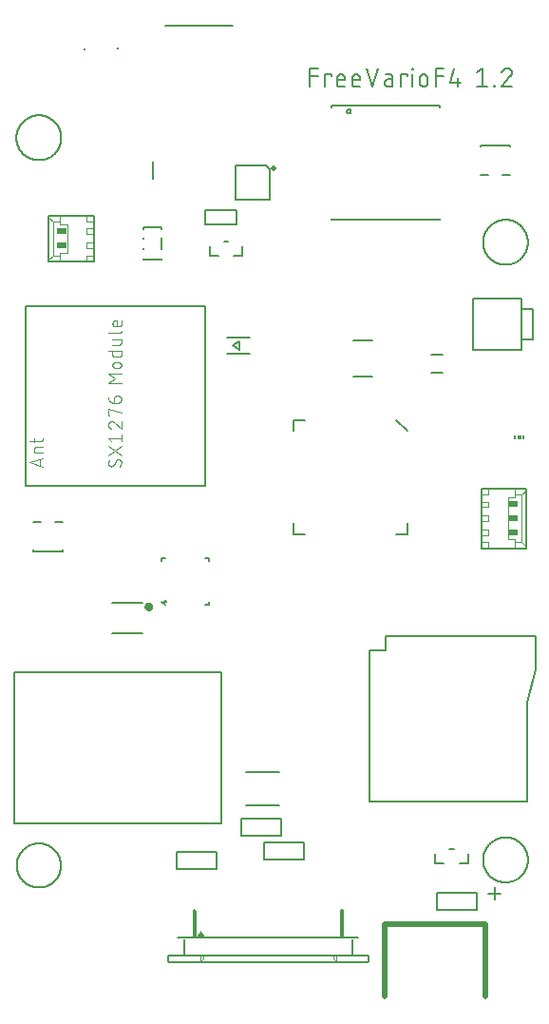
<source format=gbr>
G04 EAGLE Gerber RS-274X export*
G75*
%MOMM*%
%FSLAX34Y34*%
%LPD*%
%INSilkscreen Top*%
%IPPOS*%
%AMOC8*
5,1,8,0,0,1.08239X$1,22.5*%
G01*
%ADD10C,0.152400*%
%ADD11C,0.500000*%
%ADD12C,0.127000*%
%ADD13C,0.203200*%
%ADD14C,0.050800*%
%ADD15R,0.875000X0.500000*%
%ADD16R,0.250000X0.250000*%
%ADD17R,0.150000X0.300000*%
%ADD18R,0.300000X0.300000*%
%ADD19C,0.350000*%
%ADD20C,0.508000*%
%ADD21C,0.101600*%
%ADD22C,0.200000*%

G36*
X168905Y53494D02*
X168905Y53494D01*
X168910Y53493D01*
X169003Y53514D01*
X169097Y53532D01*
X169101Y53535D01*
X169106Y53536D01*
X169184Y53592D01*
X169262Y53645D01*
X169265Y53649D01*
X169269Y53652D01*
X169320Y53734D01*
X169372Y53813D01*
X169372Y53818D01*
X169375Y53823D01*
X169407Y54000D01*
X169407Y54500D01*
X169394Y54565D01*
X169390Y54632D01*
X169374Y54666D01*
X169368Y54697D01*
X169359Y54709D01*
X169358Y54713D01*
X169337Y54743D01*
X169313Y54795D01*
X166813Y58295D01*
X166748Y58355D01*
X166686Y58419D01*
X166675Y58423D01*
X166666Y58432D01*
X166584Y58462D01*
X166502Y58497D01*
X166490Y58497D01*
X166478Y58501D01*
X166390Y58497D01*
X166301Y58498D01*
X166290Y58493D01*
X166278Y58492D01*
X166198Y58455D01*
X166116Y58421D01*
X166107Y58412D01*
X166097Y58407D01*
X166060Y58366D01*
X165987Y58295D01*
X163487Y54795D01*
X163461Y54736D01*
X163434Y54694D01*
X163433Y54691D01*
X163425Y54677D01*
X163418Y54641D01*
X163405Y54612D01*
X163404Y54563D01*
X163393Y54500D01*
X163393Y54000D01*
X163394Y53995D01*
X163393Y53990D01*
X163414Y53897D01*
X163432Y53804D01*
X163435Y53799D01*
X163436Y53794D01*
X163492Y53716D01*
X163545Y53638D01*
X163549Y53635D01*
X163552Y53631D01*
X163634Y53580D01*
X163713Y53528D01*
X163718Y53528D01*
X163723Y53525D01*
X163900Y53493D01*
X168900Y53493D01*
X168905Y53494D01*
G37*
D10*
X418000Y672000D02*
X418006Y672491D01*
X418024Y672981D01*
X418054Y673471D01*
X418096Y673960D01*
X418150Y674448D01*
X418216Y674935D01*
X418294Y675419D01*
X418384Y675902D01*
X418486Y676382D01*
X418599Y676860D01*
X418724Y677334D01*
X418861Y677806D01*
X419009Y678274D01*
X419169Y678738D01*
X419340Y679198D01*
X419522Y679654D01*
X419716Y680105D01*
X419920Y680551D01*
X420136Y680992D01*
X420362Y681428D01*
X420598Y681858D01*
X420845Y682282D01*
X421103Y682700D01*
X421371Y683111D01*
X421648Y683516D01*
X421936Y683914D01*
X422233Y684305D01*
X422540Y684688D01*
X422856Y685063D01*
X423181Y685431D01*
X423515Y685791D01*
X423858Y686142D01*
X424209Y686485D01*
X424569Y686819D01*
X424937Y687144D01*
X425312Y687460D01*
X425695Y687767D01*
X426086Y688064D01*
X426484Y688352D01*
X426889Y688629D01*
X427300Y688897D01*
X427718Y689155D01*
X428142Y689402D01*
X428572Y689638D01*
X429008Y689864D01*
X429449Y690080D01*
X429895Y690284D01*
X430346Y690478D01*
X430802Y690660D01*
X431262Y690831D01*
X431726Y690991D01*
X432194Y691139D01*
X432666Y691276D01*
X433140Y691401D01*
X433618Y691514D01*
X434098Y691616D01*
X434581Y691706D01*
X435065Y691784D01*
X435552Y691850D01*
X436040Y691904D01*
X436529Y691946D01*
X437019Y691976D01*
X437509Y691994D01*
X438000Y692000D01*
X438491Y691994D01*
X438981Y691976D01*
X439471Y691946D01*
X439960Y691904D01*
X440448Y691850D01*
X440935Y691784D01*
X441419Y691706D01*
X441902Y691616D01*
X442382Y691514D01*
X442860Y691401D01*
X443334Y691276D01*
X443806Y691139D01*
X444274Y690991D01*
X444738Y690831D01*
X445198Y690660D01*
X445654Y690478D01*
X446105Y690284D01*
X446551Y690080D01*
X446992Y689864D01*
X447428Y689638D01*
X447858Y689402D01*
X448282Y689155D01*
X448700Y688897D01*
X449111Y688629D01*
X449516Y688352D01*
X449914Y688064D01*
X450305Y687767D01*
X450688Y687460D01*
X451063Y687144D01*
X451431Y686819D01*
X451791Y686485D01*
X452142Y686142D01*
X452485Y685791D01*
X452819Y685431D01*
X453144Y685063D01*
X453460Y684688D01*
X453767Y684305D01*
X454064Y683914D01*
X454352Y683516D01*
X454629Y683111D01*
X454897Y682700D01*
X455155Y682282D01*
X455402Y681858D01*
X455638Y681428D01*
X455864Y680992D01*
X456080Y680551D01*
X456284Y680105D01*
X456478Y679654D01*
X456660Y679198D01*
X456831Y678738D01*
X456991Y678274D01*
X457139Y677806D01*
X457276Y677334D01*
X457401Y676860D01*
X457514Y676382D01*
X457616Y675902D01*
X457706Y675419D01*
X457784Y674935D01*
X457850Y674448D01*
X457904Y673960D01*
X457946Y673471D01*
X457976Y672981D01*
X457994Y672491D01*
X458000Y672000D01*
X457994Y671509D01*
X457976Y671019D01*
X457946Y670529D01*
X457904Y670040D01*
X457850Y669552D01*
X457784Y669065D01*
X457706Y668581D01*
X457616Y668098D01*
X457514Y667618D01*
X457401Y667140D01*
X457276Y666666D01*
X457139Y666194D01*
X456991Y665726D01*
X456831Y665262D01*
X456660Y664802D01*
X456478Y664346D01*
X456284Y663895D01*
X456080Y663449D01*
X455864Y663008D01*
X455638Y662572D01*
X455402Y662142D01*
X455155Y661718D01*
X454897Y661300D01*
X454629Y660889D01*
X454352Y660484D01*
X454064Y660086D01*
X453767Y659695D01*
X453460Y659312D01*
X453144Y658937D01*
X452819Y658569D01*
X452485Y658209D01*
X452142Y657858D01*
X451791Y657515D01*
X451431Y657181D01*
X451063Y656856D01*
X450688Y656540D01*
X450305Y656233D01*
X449914Y655936D01*
X449516Y655648D01*
X449111Y655371D01*
X448700Y655103D01*
X448282Y654845D01*
X447858Y654598D01*
X447428Y654362D01*
X446992Y654136D01*
X446551Y653920D01*
X446105Y653716D01*
X445654Y653522D01*
X445198Y653340D01*
X444738Y653169D01*
X444274Y653009D01*
X443806Y652861D01*
X443334Y652724D01*
X442860Y652599D01*
X442382Y652486D01*
X441902Y652384D01*
X441419Y652294D01*
X440935Y652216D01*
X440448Y652150D01*
X439960Y652096D01*
X439471Y652054D01*
X438981Y652024D01*
X438491Y652006D01*
X438000Y652000D01*
X437509Y652006D01*
X437019Y652024D01*
X436529Y652054D01*
X436040Y652096D01*
X435552Y652150D01*
X435065Y652216D01*
X434581Y652294D01*
X434098Y652384D01*
X433618Y652486D01*
X433140Y652599D01*
X432666Y652724D01*
X432194Y652861D01*
X431726Y653009D01*
X431262Y653169D01*
X430802Y653340D01*
X430346Y653522D01*
X429895Y653716D01*
X429449Y653920D01*
X429008Y654136D01*
X428572Y654362D01*
X428142Y654598D01*
X427718Y654845D01*
X427300Y655103D01*
X426889Y655371D01*
X426484Y655648D01*
X426086Y655936D01*
X425695Y656233D01*
X425312Y656540D01*
X424937Y656856D01*
X424569Y657181D01*
X424209Y657515D01*
X423858Y657858D01*
X423515Y658209D01*
X423181Y658569D01*
X422856Y658937D01*
X422540Y659312D01*
X422233Y659695D01*
X421936Y660086D01*
X421648Y660484D01*
X421371Y660889D01*
X421103Y661300D01*
X420845Y661718D01*
X420598Y662142D01*
X420362Y662572D01*
X420136Y663008D01*
X419920Y663449D01*
X419716Y663895D01*
X419522Y664346D01*
X419340Y664802D01*
X419169Y665262D01*
X419009Y665726D01*
X418861Y666194D01*
X418724Y666666D01*
X418599Y667140D01*
X418486Y667618D01*
X418384Y668098D01*
X418294Y668581D01*
X418216Y669065D01*
X418150Y669552D01*
X418096Y670040D01*
X418054Y670529D01*
X418024Y671019D01*
X418006Y671509D01*
X418000Y672000D01*
X418000Y122000D02*
X418006Y122491D01*
X418024Y122981D01*
X418054Y123471D01*
X418096Y123960D01*
X418150Y124448D01*
X418216Y124935D01*
X418294Y125419D01*
X418384Y125902D01*
X418486Y126382D01*
X418599Y126860D01*
X418724Y127334D01*
X418861Y127806D01*
X419009Y128274D01*
X419169Y128738D01*
X419340Y129198D01*
X419522Y129654D01*
X419716Y130105D01*
X419920Y130551D01*
X420136Y130992D01*
X420362Y131428D01*
X420598Y131858D01*
X420845Y132282D01*
X421103Y132700D01*
X421371Y133111D01*
X421648Y133516D01*
X421936Y133914D01*
X422233Y134305D01*
X422540Y134688D01*
X422856Y135063D01*
X423181Y135431D01*
X423515Y135791D01*
X423858Y136142D01*
X424209Y136485D01*
X424569Y136819D01*
X424937Y137144D01*
X425312Y137460D01*
X425695Y137767D01*
X426086Y138064D01*
X426484Y138352D01*
X426889Y138629D01*
X427300Y138897D01*
X427718Y139155D01*
X428142Y139402D01*
X428572Y139638D01*
X429008Y139864D01*
X429449Y140080D01*
X429895Y140284D01*
X430346Y140478D01*
X430802Y140660D01*
X431262Y140831D01*
X431726Y140991D01*
X432194Y141139D01*
X432666Y141276D01*
X433140Y141401D01*
X433618Y141514D01*
X434098Y141616D01*
X434581Y141706D01*
X435065Y141784D01*
X435552Y141850D01*
X436040Y141904D01*
X436529Y141946D01*
X437019Y141976D01*
X437509Y141994D01*
X438000Y142000D01*
X438491Y141994D01*
X438981Y141976D01*
X439471Y141946D01*
X439960Y141904D01*
X440448Y141850D01*
X440935Y141784D01*
X441419Y141706D01*
X441902Y141616D01*
X442382Y141514D01*
X442860Y141401D01*
X443334Y141276D01*
X443806Y141139D01*
X444274Y140991D01*
X444738Y140831D01*
X445198Y140660D01*
X445654Y140478D01*
X446105Y140284D01*
X446551Y140080D01*
X446992Y139864D01*
X447428Y139638D01*
X447858Y139402D01*
X448282Y139155D01*
X448700Y138897D01*
X449111Y138629D01*
X449516Y138352D01*
X449914Y138064D01*
X450305Y137767D01*
X450688Y137460D01*
X451063Y137144D01*
X451431Y136819D01*
X451791Y136485D01*
X452142Y136142D01*
X452485Y135791D01*
X452819Y135431D01*
X453144Y135063D01*
X453460Y134688D01*
X453767Y134305D01*
X454064Y133914D01*
X454352Y133516D01*
X454629Y133111D01*
X454897Y132700D01*
X455155Y132282D01*
X455402Y131858D01*
X455638Y131428D01*
X455864Y130992D01*
X456080Y130551D01*
X456284Y130105D01*
X456478Y129654D01*
X456660Y129198D01*
X456831Y128738D01*
X456991Y128274D01*
X457139Y127806D01*
X457276Y127334D01*
X457401Y126860D01*
X457514Y126382D01*
X457616Y125902D01*
X457706Y125419D01*
X457784Y124935D01*
X457850Y124448D01*
X457904Y123960D01*
X457946Y123471D01*
X457976Y122981D01*
X457994Y122491D01*
X458000Y122000D01*
X457994Y121509D01*
X457976Y121019D01*
X457946Y120529D01*
X457904Y120040D01*
X457850Y119552D01*
X457784Y119065D01*
X457706Y118581D01*
X457616Y118098D01*
X457514Y117618D01*
X457401Y117140D01*
X457276Y116666D01*
X457139Y116194D01*
X456991Y115726D01*
X456831Y115262D01*
X456660Y114802D01*
X456478Y114346D01*
X456284Y113895D01*
X456080Y113449D01*
X455864Y113008D01*
X455638Y112572D01*
X455402Y112142D01*
X455155Y111718D01*
X454897Y111300D01*
X454629Y110889D01*
X454352Y110484D01*
X454064Y110086D01*
X453767Y109695D01*
X453460Y109312D01*
X453144Y108937D01*
X452819Y108569D01*
X452485Y108209D01*
X452142Y107858D01*
X451791Y107515D01*
X451431Y107181D01*
X451063Y106856D01*
X450688Y106540D01*
X450305Y106233D01*
X449914Y105936D01*
X449516Y105648D01*
X449111Y105371D01*
X448700Y105103D01*
X448282Y104845D01*
X447858Y104598D01*
X447428Y104362D01*
X446992Y104136D01*
X446551Y103920D01*
X446105Y103716D01*
X445654Y103522D01*
X445198Y103340D01*
X444738Y103169D01*
X444274Y103009D01*
X443806Y102861D01*
X443334Y102724D01*
X442860Y102599D01*
X442382Y102486D01*
X441902Y102384D01*
X441419Y102294D01*
X440935Y102216D01*
X440448Y102150D01*
X439960Y102096D01*
X439471Y102054D01*
X438981Y102024D01*
X438491Y102006D01*
X438000Y102000D01*
X437509Y102006D01*
X437019Y102024D01*
X436529Y102054D01*
X436040Y102096D01*
X435552Y102150D01*
X435065Y102216D01*
X434581Y102294D01*
X434098Y102384D01*
X433618Y102486D01*
X433140Y102599D01*
X432666Y102724D01*
X432194Y102861D01*
X431726Y103009D01*
X431262Y103169D01*
X430802Y103340D01*
X430346Y103522D01*
X429895Y103716D01*
X429449Y103920D01*
X429008Y104136D01*
X428572Y104362D01*
X428142Y104598D01*
X427718Y104845D01*
X427300Y105103D01*
X426889Y105371D01*
X426484Y105648D01*
X426086Y105936D01*
X425695Y106233D01*
X425312Y106540D01*
X424937Y106856D01*
X424569Y107181D01*
X424209Y107515D01*
X423858Y107858D01*
X423515Y108209D01*
X423181Y108569D01*
X422856Y108937D01*
X422540Y109312D01*
X422233Y109695D01*
X421936Y110086D01*
X421648Y110484D01*
X421371Y110889D01*
X421103Y111300D01*
X420845Y111718D01*
X420598Y112142D01*
X420362Y112572D01*
X420136Y113008D01*
X419920Y113449D01*
X419716Y113895D01*
X419522Y114346D01*
X419340Y114802D01*
X419169Y115262D01*
X419009Y115726D01*
X418861Y116194D01*
X418724Y116666D01*
X418599Y117140D01*
X418486Y117618D01*
X418384Y118098D01*
X418294Y118581D01*
X418216Y119065D01*
X418150Y119552D01*
X418096Y120040D01*
X418054Y120529D01*
X418024Y121019D01*
X418006Y121509D01*
X418000Y122000D01*
D11*
X330000Y65000D02*
X330000Y0D01*
X330000Y65000D02*
X420000Y65000D01*
X420000Y0D01*
D10*
X422762Y92084D02*
X433599Y92084D01*
X428181Y86665D02*
X428181Y97502D01*
X263762Y810762D02*
X263762Y827018D01*
X270987Y827018D01*
X270987Y819793D02*
X263762Y819793D01*
X277225Y821599D02*
X277225Y810762D01*
X277225Y821599D02*
X282644Y821599D01*
X282644Y819793D01*
X290270Y810762D02*
X294786Y810762D01*
X290270Y810762D02*
X290169Y810764D01*
X290068Y810770D01*
X289967Y810779D01*
X289866Y810792D01*
X289766Y810809D01*
X289667Y810830D01*
X289569Y810854D01*
X289472Y810882D01*
X289375Y810914D01*
X289280Y810949D01*
X289187Y810988D01*
X289095Y811030D01*
X289004Y811076D01*
X288916Y811125D01*
X288829Y811177D01*
X288744Y811233D01*
X288661Y811291D01*
X288581Y811353D01*
X288503Y811418D01*
X288427Y811485D01*
X288354Y811555D01*
X288284Y811628D01*
X288217Y811704D01*
X288152Y811782D01*
X288090Y811862D01*
X288032Y811945D01*
X287976Y812030D01*
X287924Y812117D01*
X287875Y812205D01*
X287829Y812296D01*
X287787Y812388D01*
X287748Y812481D01*
X287713Y812576D01*
X287681Y812673D01*
X287653Y812770D01*
X287629Y812868D01*
X287608Y812967D01*
X287591Y813067D01*
X287578Y813168D01*
X287569Y813269D01*
X287563Y813370D01*
X287561Y813471D01*
X287561Y817987D01*
X287562Y817987D02*
X287564Y818106D01*
X287570Y818226D01*
X287580Y818345D01*
X287594Y818463D01*
X287611Y818582D01*
X287633Y818699D01*
X287658Y818816D01*
X287688Y818931D01*
X287721Y819046D01*
X287758Y819160D01*
X287798Y819272D01*
X287843Y819383D01*
X287891Y819492D01*
X287942Y819600D01*
X287997Y819706D01*
X288056Y819810D01*
X288118Y819912D01*
X288183Y820012D01*
X288252Y820110D01*
X288324Y820206D01*
X288399Y820299D01*
X288476Y820389D01*
X288557Y820477D01*
X288641Y820562D01*
X288728Y820644D01*
X288817Y820724D01*
X288909Y820800D01*
X289003Y820874D01*
X289100Y820944D01*
X289198Y821011D01*
X289299Y821075D01*
X289403Y821135D01*
X289508Y821192D01*
X289615Y821245D01*
X289723Y821295D01*
X289833Y821341D01*
X289945Y821383D01*
X290058Y821422D01*
X290172Y821457D01*
X290287Y821488D01*
X290404Y821516D01*
X290521Y821539D01*
X290638Y821559D01*
X290757Y821575D01*
X290876Y821587D01*
X290995Y821595D01*
X291114Y821599D01*
X291234Y821599D01*
X291353Y821595D01*
X291472Y821587D01*
X291591Y821575D01*
X291710Y821559D01*
X291827Y821539D01*
X291944Y821516D01*
X292061Y821488D01*
X292176Y821457D01*
X292290Y821422D01*
X292403Y821383D01*
X292515Y821341D01*
X292625Y821295D01*
X292733Y821245D01*
X292840Y821192D01*
X292945Y821135D01*
X293049Y821075D01*
X293150Y821011D01*
X293248Y820944D01*
X293345Y820874D01*
X293439Y820800D01*
X293531Y820724D01*
X293620Y820644D01*
X293707Y820562D01*
X293791Y820477D01*
X293872Y820389D01*
X293949Y820299D01*
X294024Y820206D01*
X294096Y820110D01*
X294165Y820012D01*
X294230Y819912D01*
X294292Y819810D01*
X294351Y819706D01*
X294406Y819600D01*
X294457Y819492D01*
X294505Y819383D01*
X294550Y819272D01*
X294590Y819160D01*
X294627Y819046D01*
X294660Y818931D01*
X294690Y818816D01*
X294715Y818699D01*
X294737Y818582D01*
X294754Y818463D01*
X294768Y818345D01*
X294778Y818226D01*
X294784Y818106D01*
X294786Y817987D01*
X294786Y816181D01*
X287561Y816181D01*
X303817Y810762D02*
X308333Y810762D01*
X303817Y810762D02*
X303716Y810764D01*
X303615Y810770D01*
X303514Y810779D01*
X303413Y810792D01*
X303313Y810809D01*
X303214Y810830D01*
X303116Y810854D01*
X303019Y810882D01*
X302922Y810914D01*
X302827Y810949D01*
X302734Y810988D01*
X302642Y811030D01*
X302551Y811076D01*
X302463Y811125D01*
X302376Y811177D01*
X302291Y811233D01*
X302208Y811291D01*
X302128Y811353D01*
X302050Y811418D01*
X301974Y811485D01*
X301901Y811555D01*
X301831Y811628D01*
X301764Y811704D01*
X301699Y811782D01*
X301637Y811862D01*
X301579Y811945D01*
X301523Y812030D01*
X301471Y812117D01*
X301422Y812205D01*
X301376Y812296D01*
X301334Y812388D01*
X301295Y812481D01*
X301260Y812576D01*
X301228Y812673D01*
X301200Y812770D01*
X301176Y812868D01*
X301155Y812967D01*
X301138Y813067D01*
X301125Y813168D01*
X301116Y813269D01*
X301110Y813370D01*
X301108Y813471D01*
X301108Y817987D01*
X301109Y817987D02*
X301111Y818106D01*
X301117Y818226D01*
X301127Y818345D01*
X301141Y818463D01*
X301158Y818582D01*
X301180Y818699D01*
X301205Y818816D01*
X301235Y818931D01*
X301268Y819046D01*
X301305Y819160D01*
X301345Y819272D01*
X301390Y819383D01*
X301438Y819492D01*
X301489Y819600D01*
X301544Y819706D01*
X301603Y819810D01*
X301665Y819912D01*
X301730Y820012D01*
X301799Y820110D01*
X301871Y820206D01*
X301946Y820299D01*
X302023Y820389D01*
X302104Y820477D01*
X302188Y820562D01*
X302275Y820644D01*
X302364Y820724D01*
X302456Y820800D01*
X302550Y820874D01*
X302647Y820944D01*
X302745Y821011D01*
X302846Y821075D01*
X302950Y821135D01*
X303055Y821192D01*
X303162Y821245D01*
X303270Y821295D01*
X303380Y821341D01*
X303492Y821383D01*
X303605Y821422D01*
X303719Y821457D01*
X303834Y821488D01*
X303951Y821516D01*
X304068Y821539D01*
X304185Y821559D01*
X304304Y821575D01*
X304423Y821587D01*
X304542Y821595D01*
X304661Y821599D01*
X304781Y821599D01*
X304900Y821595D01*
X305019Y821587D01*
X305138Y821575D01*
X305257Y821559D01*
X305374Y821539D01*
X305491Y821516D01*
X305608Y821488D01*
X305723Y821457D01*
X305837Y821422D01*
X305950Y821383D01*
X306062Y821341D01*
X306172Y821295D01*
X306280Y821245D01*
X306387Y821192D01*
X306492Y821135D01*
X306596Y821075D01*
X306697Y821011D01*
X306795Y820944D01*
X306892Y820874D01*
X306986Y820800D01*
X307078Y820724D01*
X307167Y820644D01*
X307254Y820562D01*
X307338Y820477D01*
X307419Y820389D01*
X307496Y820299D01*
X307571Y820206D01*
X307643Y820110D01*
X307712Y820012D01*
X307777Y819912D01*
X307839Y819810D01*
X307898Y819706D01*
X307953Y819600D01*
X308004Y819492D01*
X308052Y819383D01*
X308097Y819272D01*
X308137Y819160D01*
X308174Y819046D01*
X308207Y818931D01*
X308237Y818816D01*
X308262Y818699D01*
X308284Y818582D01*
X308301Y818463D01*
X308315Y818345D01*
X308325Y818226D01*
X308331Y818106D01*
X308333Y817987D01*
X308333Y816181D01*
X301108Y816181D01*
X313891Y827018D02*
X319310Y810762D01*
X324728Y827018D01*
X333374Y817084D02*
X337438Y817084D01*
X333374Y817084D02*
X333262Y817082D01*
X333151Y817076D01*
X333040Y817066D01*
X332929Y817053D01*
X332819Y817035D01*
X332710Y817013D01*
X332601Y816988D01*
X332493Y816959D01*
X332387Y816926D01*
X332281Y816889D01*
X332177Y816849D01*
X332075Y816805D01*
X331974Y816757D01*
X331875Y816706D01*
X331777Y816651D01*
X331682Y816593D01*
X331589Y816532D01*
X331498Y816467D01*
X331409Y816399D01*
X331323Y816328D01*
X331240Y816255D01*
X331159Y816178D01*
X331080Y816098D01*
X331005Y816016D01*
X330933Y815931D01*
X330863Y815844D01*
X330797Y815754D01*
X330734Y815662D01*
X330674Y815567D01*
X330618Y815471D01*
X330565Y815373D01*
X330516Y815273D01*
X330470Y815171D01*
X330428Y815068D01*
X330389Y814963D01*
X330354Y814857D01*
X330323Y814750D01*
X330296Y814642D01*
X330272Y814533D01*
X330253Y814423D01*
X330237Y814313D01*
X330225Y814202D01*
X330217Y814090D01*
X330213Y813979D01*
X330213Y813867D01*
X330217Y813756D01*
X330225Y813644D01*
X330237Y813533D01*
X330253Y813423D01*
X330272Y813313D01*
X330296Y813204D01*
X330323Y813096D01*
X330354Y812989D01*
X330389Y812883D01*
X330428Y812778D01*
X330470Y812675D01*
X330516Y812573D01*
X330565Y812473D01*
X330618Y812375D01*
X330674Y812279D01*
X330734Y812184D01*
X330797Y812092D01*
X330863Y812002D01*
X330933Y811915D01*
X331005Y811830D01*
X331080Y811748D01*
X331159Y811668D01*
X331240Y811591D01*
X331323Y811518D01*
X331409Y811447D01*
X331498Y811379D01*
X331589Y811314D01*
X331682Y811253D01*
X331777Y811195D01*
X331875Y811140D01*
X331974Y811089D01*
X332075Y811041D01*
X332177Y810997D01*
X332281Y810957D01*
X332387Y810920D01*
X332493Y810887D01*
X332601Y810858D01*
X332710Y810833D01*
X332819Y810811D01*
X332929Y810793D01*
X333040Y810780D01*
X333151Y810770D01*
X333262Y810764D01*
X333374Y810762D01*
X337438Y810762D01*
X337438Y818890D01*
X337436Y818991D01*
X337430Y819092D01*
X337421Y819193D01*
X337408Y819294D01*
X337391Y819394D01*
X337370Y819493D01*
X337346Y819591D01*
X337318Y819688D01*
X337286Y819785D01*
X337251Y819880D01*
X337212Y819973D01*
X337170Y820065D01*
X337124Y820156D01*
X337075Y820245D01*
X337023Y820331D01*
X336967Y820416D01*
X336909Y820499D01*
X336847Y820579D01*
X336782Y820657D01*
X336715Y820733D01*
X336645Y820806D01*
X336572Y820876D01*
X336496Y820943D01*
X336418Y821008D01*
X336338Y821070D01*
X336255Y821128D01*
X336170Y821184D01*
X336084Y821236D01*
X335995Y821285D01*
X335904Y821331D01*
X335812Y821373D01*
X335719Y821412D01*
X335624Y821447D01*
X335527Y821479D01*
X335430Y821507D01*
X335332Y821531D01*
X335233Y821552D01*
X335133Y821569D01*
X335032Y821582D01*
X334931Y821591D01*
X334830Y821597D01*
X334729Y821599D01*
X331116Y821599D01*
X344960Y821599D02*
X344960Y810762D01*
X344960Y821599D02*
X350379Y821599D01*
X350379Y819793D01*
X355262Y821599D02*
X355262Y810762D01*
X354810Y826115D02*
X354810Y827018D01*
X355713Y827018D01*
X355713Y826115D01*
X354810Y826115D01*
X361549Y817987D02*
X361549Y814374D01*
X361549Y817987D02*
X361551Y818106D01*
X361557Y818226D01*
X361567Y818345D01*
X361581Y818463D01*
X361598Y818582D01*
X361620Y818699D01*
X361645Y818816D01*
X361675Y818931D01*
X361708Y819046D01*
X361745Y819160D01*
X361785Y819272D01*
X361830Y819383D01*
X361878Y819492D01*
X361929Y819600D01*
X361984Y819706D01*
X362043Y819810D01*
X362105Y819912D01*
X362170Y820012D01*
X362239Y820110D01*
X362311Y820206D01*
X362386Y820299D01*
X362463Y820389D01*
X362544Y820477D01*
X362628Y820562D01*
X362715Y820644D01*
X362804Y820724D01*
X362896Y820800D01*
X362990Y820874D01*
X363087Y820944D01*
X363185Y821011D01*
X363286Y821075D01*
X363390Y821135D01*
X363495Y821192D01*
X363602Y821245D01*
X363710Y821295D01*
X363820Y821341D01*
X363932Y821383D01*
X364045Y821422D01*
X364159Y821457D01*
X364274Y821488D01*
X364391Y821516D01*
X364508Y821539D01*
X364625Y821559D01*
X364744Y821575D01*
X364863Y821587D01*
X364982Y821595D01*
X365101Y821599D01*
X365221Y821599D01*
X365340Y821595D01*
X365459Y821587D01*
X365578Y821575D01*
X365697Y821559D01*
X365814Y821539D01*
X365931Y821516D01*
X366048Y821488D01*
X366163Y821457D01*
X366277Y821422D01*
X366390Y821383D01*
X366502Y821341D01*
X366612Y821295D01*
X366720Y821245D01*
X366827Y821192D01*
X366932Y821135D01*
X367036Y821075D01*
X367137Y821011D01*
X367235Y820944D01*
X367332Y820874D01*
X367426Y820800D01*
X367518Y820724D01*
X367607Y820644D01*
X367694Y820562D01*
X367778Y820477D01*
X367859Y820389D01*
X367936Y820299D01*
X368011Y820206D01*
X368083Y820110D01*
X368152Y820012D01*
X368217Y819912D01*
X368279Y819810D01*
X368338Y819706D01*
X368393Y819600D01*
X368444Y819492D01*
X368492Y819383D01*
X368537Y819272D01*
X368577Y819160D01*
X368614Y819046D01*
X368647Y818931D01*
X368677Y818816D01*
X368702Y818699D01*
X368724Y818582D01*
X368741Y818463D01*
X368755Y818345D01*
X368765Y818226D01*
X368771Y818106D01*
X368773Y817987D01*
X368774Y817987D02*
X368774Y814374D01*
X368773Y814374D02*
X368771Y814255D01*
X368765Y814135D01*
X368755Y814016D01*
X368741Y813898D01*
X368724Y813779D01*
X368702Y813662D01*
X368677Y813545D01*
X368647Y813430D01*
X368614Y813315D01*
X368577Y813201D01*
X368537Y813089D01*
X368492Y812978D01*
X368444Y812869D01*
X368393Y812761D01*
X368338Y812655D01*
X368279Y812551D01*
X368217Y812449D01*
X368152Y812349D01*
X368083Y812251D01*
X368011Y812155D01*
X367936Y812062D01*
X367859Y811972D01*
X367778Y811884D01*
X367694Y811799D01*
X367607Y811717D01*
X367518Y811637D01*
X367426Y811561D01*
X367332Y811487D01*
X367235Y811417D01*
X367137Y811350D01*
X367036Y811286D01*
X366932Y811226D01*
X366827Y811169D01*
X366720Y811116D01*
X366612Y811066D01*
X366502Y811020D01*
X366390Y810978D01*
X366277Y810939D01*
X366163Y810904D01*
X366048Y810873D01*
X365931Y810845D01*
X365814Y810822D01*
X365697Y810802D01*
X365578Y810786D01*
X365459Y810774D01*
X365340Y810766D01*
X365221Y810762D01*
X365101Y810762D01*
X364982Y810766D01*
X364863Y810774D01*
X364744Y810786D01*
X364625Y810802D01*
X364508Y810822D01*
X364391Y810845D01*
X364274Y810873D01*
X364159Y810904D01*
X364045Y810939D01*
X363932Y810978D01*
X363820Y811020D01*
X363710Y811066D01*
X363602Y811116D01*
X363495Y811169D01*
X363390Y811226D01*
X363286Y811286D01*
X363185Y811350D01*
X363087Y811417D01*
X362990Y811487D01*
X362896Y811561D01*
X362804Y811637D01*
X362715Y811717D01*
X362628Y811799D01*
X362544Y811884D01*
X362463Y811972D01*
X362386Y812062D01*
X362311Y812155D01*
X362239Y812251D01*
X362170Y812349D01*
X362105Y812449D01*
X362043Y812551D01*
X361984Y812655D01*
X361929Y812761D01*
X361878Y812869D01*
X361830Y812978D01*
X361785Y813089D01*
X361745Y813201D01*
X361708Y813315D01*
X361675Y813430D01*
X361645Y813545D01*
X361620Y813662D01*
X361598Y813779D01*
X361581Y813898D01*
X361567Y814016D01*
X361557Y814135D01*
X361551Y814255D01*
X361549Y814374D01*
X375786Y810762D02*
X375786Y827018D01*
X383011Y827018D01*
X383011Y819793D02*
X375786Y819793D01*
X388782Y814374D02*
X392394Y827018D01*
X388782Y814374D02*
X397813Y814374D01*
X395104Y817987D02*
X395104Y810762D01*
X412750Y823406D02*
X417265Y827018D01*
X417265Y810762D01*
X412750Y810762D02*
X421781Y810762D01*
X427756Y810762D02*
X427756Y811665D01*
X428659Y811665D01*
X428659Y810762D01*
X427756Y810762D01*
X443665Y822954D02*
X443663Y823079D01*
X443657Y823204D01*
X443648Y823329D01*
X443634Y823453D01*
X443617Y823577D01*
X443596Y823701D01*
X443571Y823823D01*
X443542Y823945D01*
X443510Y824066D01*
X443474Y824186D01*
X443434Y824305D01*
X443391Y824422D01*
X443344Y824538D01*
X443293Y824653D01*
X443239Y824765D01*
X443181Y824877D01*
X443121Y824986D01*
X443056Y825093D01*
X442989Y825199D01*
X442918Y825302D01*
X442844Y825403D01*
X442767Y825502D01*
X442687Y825598D01*
X442604Y825692D01*
X442519Y825783D01*
X442430Y825872D01*
X442339Y825957D01*
X442245Y826040D01*
X442149Y826120D01*
X442050Y826197D01*
X441949Y826271D01*
X441846Y826342D01*
X441740Y826409D01*
X441633Y826474D01*
X441524Y826534D01*
X441412Y826592D01*
X441300Y826646D01*
X441185Y826697D01*
X441069Y826744D01*
X440952Y826787D01*
X440833Y826827D01*
X440713Y826863D01*
X440592Y826895D01*
X440470Y826924D01*
X440348Y826949D01*
X440224Y826970D01*
X440100Y826987D01*
X439976Y827001D01*
X439851Y827010D01*
X439726Y827016D01*
X439601Y827018D01*
X439458Y827016D01*
X439316Y827010D01*
X439173Y827000D01*
X439031Y826987D01*
X438890Y826969D01*
X438748Y826948D01*
X438608Y826923D01*
X438468Y826894D01*
X438329Y826861D01*
X438191Y826824D01*
X438054Y826784D01*
X437919Y826740D01*
X437784Y826692D01*
X437651Y826640D01*
X437519Y826585D01*
X437389Y826526D01*
X437261Y826464D01*
X437134Y826398D01*
X437009Y826329D01*
X436886Y826257D01*
X436766Y826181D01*
X436647Y826102D01*
X436530Y826019D01*
X436416Y825934D01*
X436304Y825845D01*
X436195Y825754D01*
X436088Y825659D01*
X435983Y825562D01*
X435882Y825461D01*
X435783Y825358D01*
X435687Y825253D01*
X435594Y825144D01*
X435504Y825033D01*
X435417Y824920D01*
X435333Y824805D01*
X435253Y824687D01*
X435175Y824567D01*
X435101Y824445D01*
X435031Y824321D01*
X434963Y824195D01*
X434900Y824067D01*
X434839Y823938D01*
X434782Y823807D01*
X434729Y823675D01*
X434680Y823541D01*
X434634Y823406D01*
X442309Y819793D02*
X442403Y819885D01*
X442493Y819979D01*
X442581Y820076D01*
X442666Y820176D01*
X442748Y820278D01*
X442827Y820383D01*
X442902Y820490D01*
X442974Y820599D01*
X443043Y820710D01*
X443109Y820824D01*
X443171Y820939D01*
X443230Y821056D01*
X443285Y821175D01*
X443336Y821295D01*
X443384Y821417D01*
X443429Y821540D01*
X443469Y821664D01*
X443506Y821790D01*
X443539Y821917D01*
X443568Y822044D01*
X443594Y822173D01*
X443615Y822302D01*
X443633Y822432D01*
X443646Y822562D01*
X443656Y822692D01*
X443662Y822823D01*
X443664Y822954D01*
X442310Y819793D02*
X434634Y810762D01*
X443665Y810762D01*
X2302Y117000D02*
X2308Y117483D01*
X2326Y117967D01*
X2355Y118449D01*
X2397Y118931D01*
X2450Y119411D01*
X2515Y119890D01*
X2592Y120368D01*
X2680Y120843D01*
X2781Y121316D01*
X2892Y121786D01*
X3016Y122254D01*
X3150Y122718D01*
X3296Y123179D01*
X3453Y123636D01*
X3622Y124089D01*
X3801Y124538D01*
X3992Y124982D01*
X4193Y125422D01*
X4405Y125856D01*
X4628Y126286D01*
X4861Y126709D01*
X5104Y127127D01*
X5358Y127538D01*
X5622Y127944D01*
X5895Y128342D01*
X6178Y128734D01*
X6471Y129119D01*
X6773Y129496D01*
X7085Y129866D01*
X7405Y130228D01*
X7734Y130583D01*
X8071Y130929D01*
X8417Y131266D01*
X8772Y131595D01*
X9134Y131915D01*
X9504Y132227D01*
X9881Y132529D01*
X10266Y132822D01*
X10658Y133105D01*
X11056Y133378D01*
X11462Y133642D01*
X11873Y133896D01*
X12291Y134139D01*
X12714Y134372D01*
X13144Y134595D01*
X13578Y134807D01*
X14018Y135008D01*
X14462Y135199D01*
X14911Y135378D01*
X15364Y135547D01*
X15821Y135704D01*
X16282Y135850D01*
X16746Y135984D01*
X17214Y136108D01*
X17684Y136219D01*
X18157Y136320D01*
X18632Y136408D01*
X19110Y136485D01*
X19589Y136550D01*
X20069Y136603D01*
X20551Y136645D01*
X21033Y136674D01*
X21517Y136692D01*
X22000Y136698D01*
X22483Y136692D01*
X22967Y136674D01*
X23449Y136645D01*
X23931Y136603D01*
X24411Y136550D01*
X24890Y136485D01*
X25368Y136408D01*
X25843Y136320D01*
X26316Y136219D01*
X26786Y136108D01*
X27254Y135984D01*
X27718Y135850D01*
X28179Y135704D01*
X28636Y135547D01*
X29089Y135378D01*
X29538Y135199D01*
X29982Y135008D01*
X30422Y134807D01*
X30856Y134595D01*
X31286Y134372D01*
X31709Y134139D01*
X32127Y133896D01*
X32538Y133642D01*
X32944Y133378D01*
X33342Y133105D01*
X33734Y132822D01*
X34119Y132529D01*
X34496Y132227D01*
X34866Y131915D01*
X35228Y131595D01*
X35583Y131266D01*
X35929Y130929D01*
X36266Y130583D01*
X36595Y130228D01*
X36915Y129866D01*
X37227Y129496D01*
X37529Y129119D01*
X37822Y128734D01*
X38105Y128342D01*
X38378Y127944D01*
X38642Y127538D01*
X38896Y127127D01*
X39139Y126709D01*
X39372Y126286D01*
X39595Y125856D01*
X39807Y125422D01*
X40008Y124982D01*
X40199Y124538D01*
X40378Y124089D01*
X40547Y123636D01*
X40704Y123179D01*
X40850Y122718D01*
X40984Y122254D01*
X41108Y121786D01*
X41219Y121316D01*
X41320Y120843D01*
X41408Y120368D01*
X41485Y119890D01*
X41550Y119411D01*
X41603Y118931D01*
X41645Y118449D01*
X41674Y117967D01*
X41692Y117483D01*
X41698Y117000D01*
X41692Y116517D01*
X41674Y116033D01*
X41645Y115551D01*
X41603Y115069D01*
X41550Y114589D01*
X41485Y114110D01*
X41408Y113632D01*
X41320Y113157D01*
X41219Y112684D01*
X41108Y112214D01*
X40984Y111746D01*
X40850Y111282D01*
X40704Y110821D01*
X40547Y110364D01*
X40378Y109911D01*
X40199Y109462D01*
X40008Y109018D01*
X39807Y108578D01*
X39595Y108144D01*
X39372Y107714D01*
X39139Y107291D01*
X38896Y106873D01*
X38642Y106462D01*
X38378Y106056D01*
X38105Y105658D01*
X37822Y105266D01*
X37529Y104881D01*
X37227Y104504D01*
X36915Y104134D01*
X36595Y103772D01*
X36266Y103417D01*
X35929Y103071D01*
X35583Y102734D01*
X35228Y102405D01*
X34866Y102085D01*
X34496Y101773D01*
X34119Y101471D01*
X33734Y101178D01*
X33342Y100895D01*
X32944Y100622D01*
X32538Y100358D01*
X32127Y100104D01*
X31709Y99861D01*
X31286Y99628D01*
X30856Y99405D01*
X30422Y99193D01*
X29982Y98992D01*
X29538Y98801D01*
X29089Y98622D01*
X28636Y98453D01*
X28179Y98296D01*
X27718Y98150D01*
X27254Y98016D01*
X26786Y97892D01*
X26316Y97781D01*
X25843Y97680D01*
X25368Y97592D01*
X24890Y97515D01*
X24411Y97450D01*
X23931Y97397D01*
X23449Y97355D01*
X22967Y97326D01*
X22483Y97308D01*
X22000Y97302D01*
X21517Y97308D01*
X21033Y97326D01*
X20551Y97355D01*
X20069Y97397D01*
X19589Y97450D01*
X19110Y97515D01*
X18632Y97592D01*
X18157Y97680D01*
X17684Y97781D01*
X17214Y97892D01*
X16746Y98016D01*
X16282Y98150D01*
X15821Y98296D01*
X15364Y98453D01*
X14911Y98622D01*
X14462Y98801D01*
X14018Y98992D01*
X13578Y99193D01*
X13144Y99405D01*
X12714Y99628D01*
X12291Y99861D01*
X11873Y100104D01*
X11462Y100358D01*
X11056Y100622D01*
X10658Y100895D01*
X10266Y101178D01*
X9881Y101471D01*
X9504Y101773D01*
X9134Y102085D01*
X8772Y102405D01*
X8417Y102734D01*
X8071Y103071D01*
X7734Y103417D01*
X7405Y103772D01*
X7085Y104134D01*
X6773Y104504D01*
X6471Y104881D01*
X6178Y105266D01*
X5895Y105658D01*
X5622Y106056D01*
X5358Y106462D01*
X5104Y106873D01*
X4861Y107291D01*
X4628Y107714D01*
X4405Y108144D01*
X4193Y108578D01*
X3992Y109018D01*
X3801Y109462D01*
X3622Y109911D01*
X3453Y110364D01*
X3296Y110821D01*
X3150Y111282D01*
X3016Y111746D01*
X2892Y112214D01*
X2781Y112684D01*
X2680Y113157D01*
X2592Y113632D01*
X2515Y114110D01*
X2450Y114589D01*
X2397Y115069D01*
X2355Y115551D01*
X2326Y116033D01*
X2308Y116517D01*
X2302Y117000D01*
X2000Y765000D02*
X2006Y765491D01*
X2024Y765981D01*
X2054Y766471D01*
X2096Y766960D01*
X2150Y767448D01*
X2216Y767935D01*
X2294Y768419D01*
X2384Y768902D01*
X2486Y769382D01*
X2599Y769860D01*
X2724Y770334D01*
X2861Y770806D01*
X3009Y771274D01*
X3169Y771738D01*
X3340Y772198D01*
X3522Y772654D01*
X3716Y773105D01*
X3920Y773551D01*
X4136Y773992D01*
X4362Y774428D01*
X4598Y774858D01*
X4845Y775282D01*
X5103Y775700D01*
X5371Y776111D01*
X5648Y776516D01*
X5936Y776914D01*
X6233Y777305D01*
X6540Y777688D01*
X6856Y778063D01*
X7181Y778431D01*
X7515Y778791D01*
X7858Y779142D01*
X8209Y779485D01*
X8569Y779819D01*
X8937Y780144D01*
X9312Y780460D01*
X9695Y780767D01*
X10086Y781064D01*
X10484Y781352D01*
X10889Y781629D01*
X11300Y781897D01*
X11718Y782155D01*
X12142Y782402D01*
X12572Y782638D01*
X13008Y782864D01*
X13449Y783080D01*
X13895Y783284D01*
X14346Y783478D01*
X14802Y783660D01*
X15262Y783831D01*
X15726Y783991D01*
X16194Y784139D01*
X16666Y784276D01*
X17140Y784401D01*
X17618Y784514D01*
X18098Y784616D01*
X18581Y784706D01*
X19065Y784784D01*
X19552Y784850D01*
X20040Y784904D01*
X20529Y784946D01*
X21019Y784976D01*
X21509Y784994D01*
X22000Y785000D01*
X22491Y784994D01*
X22981Y784976D01*
X23471Y784946D01*
X23960Y784904D01*
X24448Y784850D01*
X24935Y784784D01*
X25419Y784706D01*
X25902Y784616D01*
X26382Y784514D01*
X26860Y784401D01*
X27334Y784276D01*
X27806Y784139D01*
X28274Y783991D01*
X28738Y783831D01*
X29198Y783660D01*
X29654Y783478D01*
X30105Y783284D01*
X30551Y783080D01*
X30992Y782864D01*
X31428Y782638D01*
X31858Y782402D01*
X32282Y782155D01*
X32700Y781897D01*
X33111Y781629D01*
X33516Y781352D01*
X33914Y781064D01*
X34305Y780767D01*
X34688Y780460D01*
X35063Y780144D01*
X35431Y779819D01*
X35791Y779485D01*
X36142Y779142D01*
X36485Y778791D01*
X36819Y778431D01*
X37144Y778063D01*
X37460Y777688D01*
X37767Y777305D01*
X38064Y776914D01*
X38352Y776516D01*
X38629Y776111D01*
X38897Y775700D01*
X39155Y775282D01*
X39402Y774858D01*
X39638Y774428D01*
X39864Y773992D01*
X40080Y773551D01*
X40284Y773105D01*
X40478Y772654D01*
X40660Y772198D01*
X40831Y771738D01*
X40991Y771274D01*
X41139Y770806D01*
X41276Y770334D01*
X41401Y769860D01*
X41514Y769382D01*
X41616Y768902D01*
X41706Y768419D01*
X41784Y767935D01*
X41850Y767448D01*
X41904Y766960D01*
X41946Y766471D01*
X41976Y765981D01*
X41994Y765491D01*
X42000Y765000D01*
X41994Y764509D01*
X41976Y764019D01*
X41946Y763529D01*
X41904Y763040D01*
X41850Y762552D01*
X41784Y762065D01*
X41706Y761581D01*
X41616Y761098D01*
X41514Y760618D01*
X41401Y760140D01*
X41276Y759666D01*
X41139Y759194D01*
X40991Y758726D01*
X40831Y758262D01*
X40660Y757802D01*
X40478Y757346D01*
X40284Y756895D01*
X40080Y756449D01*
X39864Y756008D01*
X39638Y755572D01*
X39402Y755142D01*
X39155Y754718D01*
X38897Y754300D01*
X38629Y753889D01*
X38352Y753484D01*
X38064Y753086D01*
X37767Y752695D01*
X37460Y752312D01*
X37144Y751937D01*
X36819Y751569D01*
X36485Y751209D01*
X36142Y750858D01*
X35791Y750515D01*
X35431Y750181D01*
X35063Y749856D01*
X34688Y749540D01*
X34305Y749233D01*
X33914Y748936D01*
X33516Y748648D01*
X33111Y748371D01*
X32700Y748103D01*
X32282Y747845D01*
X31858Y747598D01*
X31428Y747362D01*
X30992Y747136D01*
X30551Y746920D01*
X30105Y746716D01*
X29654Y746522D01*
X29198Y746340D01*
X28738Y746169D01*
X28274Y746009D01*
X27806Y745861D01*
X27334Y745724D01*
X26860Y745599D01*
X26382Y745486D01*
X25902Y745384D01*
X25419Y745294D01*
X24935Y745216D01*
X24448Y745150D01*
X23960Y745096D01*
X23471Y745054D01*
X22981Y745024D01*
X22491Y745006D01*
X22000Y745000D01*
X21509Y745006D01*
X21019Y745024D01*
X20529Y745054D01*
X20040Y745096D01*
X19552Y745150D01*
X19065Y745216D01*
X18581Y745294D01*
X18098Y745384D01*
X17618Y745486D01*
X17140Y745599D01*
X16666Y745724D01*
X16194Y745861D01*
X15726Y746009D01*
X15262Y746169D01*
X14802Y746340D01*
X14346Y746522D01*
X13895Y746716D01*
X13449Y746920D01*
X13008Y747136D01*
X12572Y747362D01*
X12142Y747598D01*
X11718Y747845D01*
X11300Y748103D01*
X10889Y748371D01*
X10484Y748648D01*
X10086Y748936D01*
X9695Y749233D01*
X9312Y749540D01*
X8937Y749856D01*
X8569Y750181D01*
X8209Y750515D01*
X7858Y750858D01*
X7515Y751209D01*
X7181Y751569D01*
X6856Y751937D01*
X6540Y752312D01*
X6233Y752695D01*
X5936Y753086D01*
X5648Y753484D01*
X5371Y753889D01*
X5103Y754300D01*
X4845Y754718D01*
X4598Y755142D01*
X4362Y755572D01*
X4136Y756008D01*
X3920Y756449D01*
X3716Y756895D01*
X3522Y757346D01*
X3340Y757802D01*
X3169Y758262D01*
X3009Y758726D01*
X2861Y759194D01*
X2724Y759666D01*
X2599Y760140D01*
X2486Y760618D01*
X2384Y761098D01*
X2294Y761581D01*
X2216Y762065D01*
X2150Y762552D01*
X2096Y763040D01*
X2054Y763529D01*
X2024Y764019D01*
X2006Y764509D01*
X2000Y765000D01*
D12*
X134068Y352100D02*
X134070Y352150D01*
X134076Y352199D01*
X134085Y352248D01*
X134099Y352295D01*
X134116Y352342D01*
X134137Y352387D01*
X134161Y352430D01*
X134189Y352471D01*
X134219Y352510D01*
X134253Y352547D01*
X134290Y352581D01*
X134329Y352611D01*
X134370Y352639D01*
X134413Y352663D01*
X134458Y352684D01*
X134505Y352701D01*
X134552Y352715D01*
X134601Y352724D01*
X134650Y352730D01*
X134700Y352732D01*
X134750Y352730D01*
X134799Y352724D01*
X134848Y352715D01*
X134895Y352701D01*
X134942Y352684D01*
X134987Y352663D01*
X135030Y352639D01*
X135071Y352611D01*
X135110Y352581D01*
X135147Y352547D01*
X135181Y352510D01*
X135211Y352471D01*
X135239Y352430D01*
X135263Y352387D01*
X135284Y352342D01*
X135301Y352295D01*
X135315Y352248D01*
X135324Y352199D01*
X135330Y352150D01*
X135332Y352100D01*
X135330Y352050D01*
X135324Y352001D01*
X135315Y351952D01*
X135301Y351905D01*
X135284Y351858D01*
X135263Y351813D01*
X135239Y351770D01*
X135211Y351729D01*
X135181Y351690D01*
X135147Y351653D01*
X135110Y351619D01*
X135071Y351589D01*
X135030Y351561D01*
X134987Y351537D01*
X134942Y351516D01*
X134895Y351499D01*
X134848Y351485D01*
X134799Y351476D01*
X134750Y351470D01*
X134700Y351468D01*
X134650Y351470D01*
X134601Y351476D01*
X134552Y351485D01*
X134505Y351499D01*
X134458Y351516D01*
X134413Y351537D01*
X134370Y351561D01*
X134329Y351589D01*
X134290Y351619D01*
X134253Y351653D01*
X134219Y351690D01*
X134189Y351729D01*
X134161Y351770D01*
X134137Y351813D01*
X134116Y351858D01*
X134099Y351905D01*
X134085Y351952D01*
X134076Y352001D01*
X134070Y352050D01*
X134068Y352100D01*
X131500Y387900D02*
X131500Y390900D01*
X134500Y390900D01*
X173500Y390900D02*
X173500Y387900D01*
X173500Y390900D02*
X170500Y390900D01*
X173500Y351900D02*
X173500Y348900D01*
X170500Y348900D01*
X134500Y348900D02*
X131500Y351900D01*
D13*
X70900Y655040D02*
X70900Y660290D01*
X70900Y690290D01*
X70900Y695540D01*
X30900Y695540D01*
X30900Y694040D01*
X30900Y656540D01*
X30900Y655040D01*
X70900Y655040D01*
D14*
X40900Y655290D02*
X40900Y660290D01*
X40900Y662790D01*
X47150Y662790D01*
X47150Y687790D01*
X40900Y687790D02*
X40900Y690290D01*
X40900Y695290D01*
X40900Y687790D02*
X47150Y687790D01*
X64650Y660290D02*
X64650Y655290D01*
X64650Y660290D02*
X70900Y660290D01*
X64650Y690290D02*
X64650Y695290D01*
X64650Y690290D02*
X70900Y690290D01*
X40900Y660290D02*
X34650Y660290D01*
X34650Y690290D01*
X40900Y690290D01*
X34650Y660290D02*
X30900Y656540D01*
X34650Y690290D02*
X30900Y694040D01*
X64650Y666540D02*
X69650Y666540D01*
X64650Y666540D02*
X64650Y671540D01*
X69650Y671540D01*
X69650Y679040D02*
X64650Y679040D01*
X64650Y684040D01*
X69650Y684040D01*
D15*
X42775Y669040D03*
X42775Y681540D03*
D13*
X124130Y728880D02*
X124130Y744120D01*
D12*
X184700Y289400D02*
X184700Y154400D01*
X184700Y289400D02*
X-300Y289400D01*
X-300Y154400D01*
X184700Y154400D01*
D16*
X92550Y844100D03*
X63050Y843900D03*
D17*
X454150Y498100D03*
X446650Y498100D03*
D18*
X450400Y498100D03*
D10*
X131104Y656476D02*
X114896Y656476D01*
X114896Y684924D02*
X131104Y684924D01*
X131104Y675924D02*
X131104Y665476D01*
X114896Y674976D02*
X114896Y675924D01*
X114896Y666424D02*
X114896Y665476D01*
X114896Y683976D02*
X114896Y684924D01*
X114896Y657424D02*
X114896Y656476D01*
X131104Y656476D02*
X131104Y657424D01*
X131104Y683976D02*
X131104Y684924D01*
D12*
X408900Y621800D02*
X408900Y575700D01*
X408900Y621800D02*
X451900Y621800D01*
X451900Y612800D01*
X451900Y575700D01*
X408900Y575700D01*
X452400Y585800D02*
X462400Y585800D01*
X462400Y612800D01*
X451900Y612800D01*
X114100Y350600D02*
X87100Y350600D01*
X87100Y323600D02*
X114100Y323600D01*
D19*
X118100Y347100D02*
X118102Y347189D01*
X118108Y347278D01*
X118118Y347367D01*
X118132Y347455D01*
X118149Y347542D01*
X118171Y347628D01*
X118197Y347714D01*
X118226Y347798D01*
X118259Y347881D01*
X118295Y347962D01*
X118336Y348042D01*
X118379Y348119D01*
X118426Y348195D01*
X118477Y348268D01*
X118530Y348339D01*
X118587Y348408D01*
X118647Y348474D01*
X118710Y348538D01*
X118775Y348598D01*
X118843Y348656D01*
X118914Y348710D01*
X118987Y348761D01*
X119062Y348809D01*
X119139Y348854D01*
X119218Y348895D01*
X119299Y348932D01*
X119381Y348966D01*
X119465Y348997D01*
X119550Y349023D01*
X119636Y349046D01*
X119723Y349064D01*
X119811Y349079D01*
X119900Y349090D01*
X119989Y349097D01*
X120078Y349100D01*
X120167Y349099D01*
X120256Y349094D01*
X120344Y349085D01*
X120433Y349072D01*
X120520Y349055D01*
X120607Y349035D01*
X120693Y349010D01*
X120777Y348982D01*
X120860Y348950D01*
X120942Y348914D01*
X121022Y348875D01*
X121100Y348832D01*
X121176Y348786D01*
X121250Y348736D01*
X121322Y348683D01*
X121391Y348627D01*
X121458Y348568D01*
X121522Y348506D01*
X121583Y348442D01*
X121642Y348374D01*
X121697Y348304D01*
X121749Y348232D01*
X121798Y348157D01*
X121843Y348081D01*
X121885Y348002D01*
X121923Y347922D01*
X121958Y347840D01*
X121989Y347756D01*
X122017Y347671D01*
X122040Y347585D01*
X122060Y347498D01*
X122076Y347411D01*
X122088Y347322D01*
X122096Y347234D01*
X122100Y347145D01*
X122100Y347055D01*
X122096Y346966D01*
X122088Y346878D01*
X122076Y346789D01*
X122060Y346702D01*
X122040Y346615D01*
X122017Y346529D01*
X121989Y346444D01*
X121958Y346360D01*
X121923Y346278D01*
X121885Y346198D01*
X121843Y346119D01*
X121798Y346043D01*
X121749Y345968D01*
X121697Y345896D01*
X121642Y345826D01*
X121583Y345758D01*
X121522Y345694D01*
X121458Y345632D01*
X121391Y345573D01*
X121322Y345517D01*
X121250Y345464D01*
X121176Y345414D01*
X121100Y345368D01*
X121022Y345325D01*
X120942Y345286D01*
X120860Y345250D01*
X120777Y345218D01*
X120693Y345190D01*
X120607Y345165D01*
X120520Y345145D01*
X120433Y345128D01*
X120344Y345115D01*
X120256Y345106D01*
X120167Y345101D01*
X120078Y345100D01*
X119989Y345103D01*
X119900Y345110D01*
X119811Y345121D01*
X119723Y345136D01*
X119636Y345154D01*
X119550Y345177D01*
X119465Y345203D01*
X119381Y345234D01*
X119299Y345268D01*
X119218Y345305D01*
X119139Y345346D01*
X119062Y345391D01*
X118987Y345439D01*
X118914Y345490D01*
X118843Y345544D01*
X118775Y345602D01*
X118710Y345662D01*
X118647Y345726D01*
X118587Y345792D01*
X118530Y345861D01*
X118477Y345932D01*
X118426Y346005D01*
X118379Y346081D01*
X118336Y346158D01*
X118295Y346238D01*
X118259Y346319D01*
X118226Y346402D01*
X118197Y346486D01*
X118171Y346572D01*
X118149Y346658D01*
X118132Y346745D01*
X118118Y346833D01*
X118108Y346922D01*
X118102Y347011D01*
X118100Y347100D01*
D12*
X197600Y710000D02*
X227600Y710000D01*
X197600Y710000D02*
X197600Y740000D01*
X224348Y740000D01*
X227600Y736748D01*
X227600Y710000D01*
D20*
X231650Y737700D03*
D10*
X302600Y584500D02*
X319600Y584500D01*
X319600Y552500D02*
X302600Y552500D01*
D12*
X372200Y571500D02*
X382200Y571500D01*
X382200Y555500D02*
X372200Y555500D01*
D13*
X350800Y421800D02*
X350800Y411800D01*
X340800Y411800D01*
X258800Y411800D02*
X248800Y411800D01*
X248800Y421800D01*
X340800Y513800D02*
X350800Y503800D01*
X258800Y513800D02*
X248800Y513800D01*
X248800Y503800D01*
D12*
X317000Y173600D02*
X457000Y173600D01*
X457000Y261600D01*
X465000Y291600D01*
X465000Y321600D01*
X331500Y321600D01*
X331500Y308600D01*
X317000Y308600D01*
X317000Y173600D01*
D13*
X136900Y36500D02*
X136900Y31500D01*
X137900Y30500D01*
X314900Y30500D01*
X315900Y31500D01*
X315900Y36500D01*
X136900Y36500D01*
X145900Y52500D02*
X306900Y52500D01*
X151400Y51500D02*
X151400Y37500D01*
X301400Y37500D02*
X301400Y51500D01*
D21*
X165900Y35500D02*
X165900Y31500D01*
X168400Y34000D01*
X168400Y35500D01*
X284400Y35500D02*
X284400Y34000D01*
X286900Y31500D01*
X286900Y35500D01*
D13*
X159900Y54000D02*
X159900Y76500D01*
X159902Y76554D01*
X159908Y76607D01*
X159917Y76659D01*
X159930Y76711D01*
X159947Y76762D01*
X159968Y76812D01*
X159992Y76859D01*
X160019Y76905D01*
X160050Y76949D01*
X160083Y76991D01*
X160120Y77030D01*
X160159Y77067D01*
X160201Y77100D01*
X160245Y77131D01*
X160291Y77158D01*
X160338Y77182D01*
X160388Y77203D01*
X160439Y77220D01*
X160491Y77233D01*
X160543Y77242D01*
X160596Y77248D01*
X160650Y77250D01*
X160704Y77248D01*
X160757Y77242D01*
X160809Y77233D01*
X160861Y77220D01*
X160912Y77203D01*
X160962Y77182D01*
X161009Y77158D01*
X161055Y77131D01*
X161099Y77100D01*
X161141Y77067D01*
X161180Y77030D01*
X161217Y76991D01*
X161250Y76949D01*
X161281Y76905D01*
X161308Y76859D01*
X161332Y76812D01*
X161353Y76762D01*
X161370Y76711D01*
X161383Y76659D01*
X161392Y76607D01*
X161398Y76554D01*
X161400Y76500D01*
X161400Y54000D01*
X291400Y54000D02*
X291400Y76500D01*
X291402Y76554D01*
X291408Y76607D01*
X291417Y76659D01*
X291430Y76711D01*
X291447Y76762D01*
X291468Y76812D01*
X291492Y76859D01*
X291519Y76905D01*
X291550Y76949D01*
X291583Y76991D01*
X291620Y77030D01*
X291659Y77067D01*
X291701Y77100D01*
X291745Y77131D01*
X291791Y77158D01*
X291838Y77182D01*
X291888Y77203D01*
X291939Y77220D01*
X291991Y77233D01*
X292043Y77242D01*
X292096Y77248D01*
X292150Y77250D01*
X292204Y77248D01*
X292257Y77242D01*
X292309Y77233D01*
X292361Y77220D01*
X292412Y77203D01*
X292462Y77182D01*
X292509Y77158D01*
X292555Y77131D01*
X292599Y77100D01*
X292641Y77067D01*
X292680Y77030D01*
X292717Y76991D01*
X292750Y76949D01*
X292781Y76905D01*
X292808Y76859D01*
X292832Y76812D01*
X292853Y76762D01*
X292870Y76711D01*
X292883Y76659D01*
X292892Y76607D01*
X292898Y76554D01*
X292900Y76500D01*
X292900Y54000D01*
D22*
X195030Y864750D02*
X135030Y864750D01*
X206500Y200400D02*
X236500Y200400D01*
X236500Y170400D02*
X206500Y170400D01*
D12*
X222920Y121880D02*
X258480Y121880D01*
X222920Y121880D02*
X222920Y137120D01*
X258480Y137120D01*
X258480Y121880D01*
X180380Y113930D02*
X144820Y113930D01*
X144820Y129170D01*
X180380Y129170D01*
X180380Y113930D01*
X202770Y158520D02*
X238330Y158520D01*
X238330Y143280D01*
X202770Y143280D01*
X202770Y158520D01*
X197920Y700350D02*
X169980Y700350D01*
X197920Y700350D02*
X197920Y687650D01*
X169980Y687650D01*
X169980Y700350D01*
X187045Y672250D02*
X190855Y672250D01*
X174345Y668440D02*
X174345Y659550D01*
X181965Y659550D01*
X195935Y659550D02*
X203555Y659550D01*
X203555Y668440D01*
X170000Y615000D02*
X170000Y455000D01*
X170000Y615000D02*
X10000Y615000D01*
X10000Y455000D01*
X170000Y455000D01*
D21*
X95442Y475903D02*
X95440Y476002D01*
X95434Y476102D01*
X95425Y476201D01*
X95412Y476299D01*
X95395Y476397D01*
X95374Y476495D01*
X95349Y476591D01*
X95321Y476686D01*
X95289Y476780D01*
X95254Y476873D01*
X95215Y476965D01*
X95172Y477055D01*
X95127Y477143D01*
X95077Y477230D01*
X95025Y477314D01*
X94969Y477397D01*
X94911Y477477D01*
X94849Y477555D01*
X94784Y477630D01*
X94716Y477703D01*
X94646Y477773D01*
X94573Y477841D01*
X94498Y477906D01*
X94420Y477968D01*
X94340Y478026D01*
X94257Y478082D01*
X94173Y478134D01*
X94086Y478184D01*
X93998Y478229D01*
X93908Y478272D01*
X93816Y478311D01*
X93723Y478346D01*
X93629Y478378D01*
X93534Y478406D01*
X93438Y478431D01*
X93340Y478452D01*
X93242Y478469D01*
X93144Y478482D01*
X93045Y478491D01*
X92945Y478497D01*
X92846Y478499D01*
X95442Y475903D02*
X95440Y475759D01*
X95434Y475614D01*
X95425Y475470D01*
X95412Y475327D01*
X95395Y475183D01*
X95374Y475040D01*
X95349Y474898D01*
X95321Y474757D01*
X95289Y474616D01*
X95253Y474476D01*
X95214Y474337D01*
X95171Y474199D01*
X95124Y474063D01*
X95074Y473927D01*
X95020Y473793D01*
X94963Y473661D01*
X94902Y473530D01*
X94838Y473401D01*
X94770Y473273D01*
X94700Y473147D01*
X94625Y473023D01*
X94548Y472902D01*
X94467Y472782D01*
X94384Y472664D01*
X94297Y472549D01*
X94207Y472436D01*
X94114Y472325D01*
X94019Y472217D01*
X93920Y472111D01*
X93819Y472008D01*
X86354Y472333D02*
X86255Y472335D01*
X86155Y472341D01*
X86056Y472350D01*
X85958Y472363D01*
X85860Y472380D01*
X85762Y472401D01*
X85666Y472426D01*
X85571Y472454D01*
X85477Y472486D01*
X85384Y472521D01*
X85292Y472560D01*
X85202Y472603D01*
X85114Y472648D01*
X85027Y472698D01*
X84943Y472750D01*
X84860Y472806D01*
X84780Y472864D01*
X84702Y472926D01*
X84627Y472991D01*
X84554Y473059D01*
X84484Y473129D01*
X84416Y473202D01*
X84351Y473277D01*
X84289Y473355D01*
X84231Y473435D01*
X84175Y473518D01*
X84123Y473602D01*
X84073Y473689D01*
X84028Y473777D01*
X83985Y473867D01*
X83946Y473959D01*
X83911Y474052D01*
X83879Y474146D01*
X83851Y474241D01*
X83826Y474337D01*
X83805Y474435D01*
X83788Y474533D01*
X83775Y474631D01*
X83766Y474730D01*
X83760Y474830D01*
X83758Y474929D01*
X83760Y475065D01*
X83766Y475201D01*
X83775Y475337D01*
X83788Y475473D01*
X83806Y475608D01*
X83826Y475742D01*
X83851Y475876D01*
X83879Y476010D01*
X83912Y476142D01*
X83947Y476273D01*
X83987Y476404D01*
X84030Y476533D01*
X84076Y476661D01*
X84127Y476787D01*
X84180Y476913D01*
X84238Y477036D01*
X84298Y477158D01*
X84362Y477278D01*
X84430Y477397D01*
X84500Y477513D01*
X84574Y477627D01*
X84651Y477740D01*
X84732Y477850D01*
X88626Y473631D02*
X88573Y473545D01*
X88516Y473461D01*
X88457Y473379D01*
X88394Y473299D01*
X88328Y473222D01*
X88260Y473147D01*
X88188Y473075D01*
X88114Y473006D01*
X88037Y472940D01*
X87958Y472877D01*
X87876Y472817D01*
X87792Y472760D01*
X87706Y472706D01*
X87618Y472656D01*
X87528Y472609D01*
X87437Y472565D01*
X87343Y472526D01*
X87249Y472489D01*
X87153Y472457D01*
X87055Y472428D01*
X86957Y472403D01*
X86858Y472382D01*
X86758Y472364D01*
X86658Y472351D01*
X86557Y472341D01*
X86455Y472335D01*
X86354Y472333D01*
X90574Y477201D02*
X90627Y477287D01*
X90684Y477371D01*
X90743Y477453D01*
X90806Y477533D01*
X90872Y477610D01*
X90940Y477685D01*
X91012Y477757D01*
X91086Y477826D01*
X91163Y477892D01*
X91242Y477955D01*
X91324Y478015D01*
X91408Y478072D01*
X91494Y478126D01*
X91582Y478176D01*
X91672Y478223D01*
X91763Y478267D01*
X91857Y478306D01*
X91951Y478343D01*
X92047Y478375D01*
X92145Y478404D01*
X92243Y478429D01*
X92342Y478450D01*
X92442Y478468D01*
X92542Y478481D01*
X92643Y478491D01*
X92745Y478497D01*
X92846Y478499D01*
X90574Y477201D02*
X88626Y473631D01*
X95442Y482408D02*
X83758Y490197D01*
X83758Y482408D02*
X95442Y490197D01*
X86354Y494487D02*
X83758Y497733D01*
X95442Y497733D01*
X95442Y500978D02*
X95442Y494487D01*
X83758Y509487D02*
X83760Y509594D01*
X83766Y509700D01*
X83776Y509806D01*
X83789Y509912D01*
X83807Y510018D01*
X83828Y510122D01*
X83853Y510226D01*
X83882Y510329D01*
X83914Y510430D01*
X83951Y510530D01*
X83991Y510629D01*
X84034Y510727D01*
X84081Y510823D01*
X84132Y510917D01*
X84186Y511009D01*
X84243Y511099D01*
X84303Y511187D01*
X84367Y511272D01*
X84434Y511355D01*
X84504Y511436D01*
X84576Y511514D01*
X84652Y511590D01*
X84730Y511662D01*
X84811Y511732D01*
X84894Y511799D01*
X84979Y511863D01*
X85067Y511923D01*
X85157Y511980D01*
X85249Y512034D01*
X85343Y512085D01*
X85439Y512132D01*
X85537Y512175D01*
X85636Y512215D01*
X85736Y512252D01*
X85837Y512284D01*
X85940Y512313D01*
X86044Y512338D01*
X86148Y512359D01*
X86254Y512377D01*
X86360Y512390D01*
X86466Y512400D01*
X86572Y512406D01*
X86679Y512408D01*
X83758Y509487D02*
X83760Y509366D01*
X83766Y509245D01*
X83776Y509125D01*
X83789Y509004D01*
X83807Y508885D01*
X83828Y508765D01*
X83853Y508647D01*
X83882Y508530D01*
X83915Y508413D01*
X83951Y508298D01*
X83992Y508184D01*
X84035Y508071D01*
X84083Y507959D01*
X84134Y507850D01*
X84189Y507742D01*
X84247Y507635D01*
X84308Y507531D01*
X84373Y507429D01*
X84441Y507329D01*
X84512Y507231D01*
X84586Y507135D01*
X84663Y507042D01*
X84744Y506952D01*
X84827Y506864D01*
X84913Y506779D01*
X85002Y506696D01*
X85093Y506617D01*
X85187Y506540D01*
X85283Y506467D01*
X85381Y506397D01*
X85482Y506330D01*
X85585Y506266D01*
X85690Y506206D01*
X85797Y506148D01*
X85905Y506095D01*
X86015Y506045D01*
X86127Y505999D01*
X86240Y505956D01*
X86355Y505917D01*
X88951Y511434D02*
X88873Y511513D01*
X88793Y511589D01*
X88710Y511662D01*
X88624Y511732D01*
X88537Y511799D01*
X88446Y511863D01*
X88354Y511923D01*
X88260Y511981D01*
X88163Y512035D01*
X88065Y512085D01*
X87965Y512132D01*
X87864Y512176D01*
X87761Y512216D01*
X87656Y512252D01*
X87551Y512284D01*
X87444Y512313D01*
X87337Y512338D01*
X87228Y512360D01*
X87119Y512377D01*
X87010Y512391D01*
X86900Y512400D01*
X86789Y512406D01*
X86679Y512408D01*
X88951Y511434D02*
X95442Y505917D01*
X95442Y512408D01*
X85056Y517347D02*
X83758Y517347D01*
X83758Y523838D01*
X95442Y520592D01*
X88951Y528777D02*
X88951Y532672D01*
X88953Y532771D01*
X88959Y532871D01*
X88968Y532970D01*
X88981Y533068D01*
X88998Y533166D01*
X89019Y533264D01*
X89044Y533360D01*
X89072Y533455D01*
X89104Y533549D01*
X89139Y533642D01*
X89178Y533734D01*
X89221Y533824D01*
X89266Y533912D01*
X89316Y533999D01*
X89368Y534083D01*
X89424Y534166D01*
X89482Y534246D01*
X89544Y534324D01*
X89609Y534399D01*
X89677Y534472D01*
X89747Y534542D01*
X89820Y534610D01*
X89895Y534675D01*
X89973Y534737D01*
X90053Y534795D01*
X90136Y534851D01*
X90220Y534903D01*
X90307Y534953D01*
X90395Y534998D01*
X90485Y535041D01*
X90577Y535080D01*
X90670Y535115D01*
X90764Y535147D01*
X90859Y535175D01*
X90955Y535200D01*
X91053Y535221D01*
X91151Y535238D01*
X91249Y535251D01*
X91348Y535260D01*
X91448Y535266D01*
X91547Y535268D01*
X92196Y535268D01*
X92309Y535266D01*
X92422Y535260D01*
X92535Y535250D01*
X92648Y535236D01*
X92760Y535219D01*
X92871Y535197D01*
X92981Y535172D01*
X93091Y535142D01*
X93199Y535109D01*
X93306Y535072D01*
X93412Y535032D01*
X93516Y534987D01*
X93619Y534939D01*
X93720Y534888D01*
X93819Y534833D01*
X93916Y534775D01*
X94011Y534713D01*
X94104Y534648D01*
X94194Y534580D01*
X94282Y534509D01*
X94368Y534434D01*
X94451Y534357D01*
X94531Y534277D01*
X94608Y534194D01*
X94683Y534108D01*
X94754Y534020D01*
X94822Y533930D01*
X94887Y533837D01*
X94949Y533742D01*
X95007Y533645D01*
X95062Y533546D01*
X95113Y533445D01*
X95161Y533342D01*
X95206Y533238D01*
X95246Y533132D01*
X95283Y533025D01*
X95316Y532917D01*
X95346Y532807D01*
X95371Y532697D01*
X95393Y532586D01*
X95410Y532474D01*
X95424Y532361D01*
X95434Y532248D01*
X95440Y532135D01*
X95442Y532022D01*
X95440Y531909D01*
X95434Y531796D01*
X95424Y531683D01*
X95410Y531570D01*
X95393Y531458D01*
X95371Y531347D01*
X95346Y531237D01*
X95316Y531127D01*
X95283Y531019D01*
X95246Y530912D01*
X95206Y530806D01*
X95161Y530702D01*
X95113Y530599D01*
X95062Y530498D01*
X95007Y530399D01*
X94949Y530302D01*
X94887Y530207D01*
X94822Y530114D01*
X94754Y530024D01*
X94683Y529936D01*
X94608Y529850D01*
X94531Y529767D01*
X94451Y529687D01*
X94368Y529610D01*
X94282Y529535D01*
X94194Y529464D01*
X94104Y529396D01*
X94011Y529331D01*
X93916Y529269D01*
X93819Y529211D01*
X93720Y529156D01*
X93619Y529105D01*
X93516Y529057D01*
X93412Y529012D01*
X93306Y528972D01*
X93199Y528935D01*
X93091Y528902D01*
X92981Y528872D01*
X92871Y528847D01*
X92760Y528825D01*
X92648Y528808D01*
X92535Y528794D01*
X92422Y528784D01*
X92309Y528778D01*
X92196Y528776D01*
X92196Y528777D02*
X88951Y528777D01*
X88808Y528779D01*
X88665Y528785D01*
X88522Y528795D01*
X88380Y528809D01*
X88238Y528826D01*
X88096Y528848D01*
X87955Y528873D01*
X87815Y528903D01*
X87676Y528936D01*
X87538Y528973D01*
X87401Y529014D01*
X87265Y529058D01*
X87130Y529107D01*
X86997Y529159D01*
X86865Y529214D01*
X86735Y529274D01*
X86606Y529337D01*
X86479Y529403D01*
X86355Y529473D01*
X86232Y529546D01*
X86111Y529623D01*
X85992Y529702D01*
X85876Y529786D01*
X85761Y529872D01*
X85650Y529961D01*
X85541Y530054D01*
X85434Y530149D01*
X85330Y530248D01*
X85229Y530349D01*
X85130Y530453D01*
X85035Y530559D01*
X84942Y530669D01*
X84853Y530780D01*
X84767Y530894D01*
X84684Y531011D01*
X84604Y531130D01*
X84527Y531251D01*
X84454Y531373D01*
X84384Y531498D01*
X84318Y531625D01*
X84255Y531754D01*
X84195Y531884D01*
X84140Y532016D01*
X84088Y532149D01*
X84039Y532284D01*
X83995Y532420D01*
X83954Y532557D01*
X83917Y532695D01*
X83884Y532834D01*
X83854Y532974D01*
X83829Y533115D01*
X83807Y533257D01*
X83790Y533399D01*
X83776Y533541D01*
X83766Y533684D01*
X83760Y533827D01*
X83758Y533970D01*
X83758Y546797D02*
X95442Y546797D01*
X90249Y550691D02*
X83758Y546797D01*
X90249Y550691D02*
X83758Y554586D01*
X95442Y554586D01*
X92846Y559906D02*
X90249Y559906D01*
X90148Y559908D01*
X90048Y559914D01*
X89948Y559924D01*
X89848Y559937D01*
X89749Y559955D01*
X89650Y559976D01*
X89553Y560001D01*
X89456Y560030D01*
X89361Y560063D01*
X89267Y560099D01*
X89175Y560139D01*
X89084Y560182D01*
X88995Y560229D01*
X88908Y560279D01*
X88822Y560333D01*
X88739Y560390D01*
X88659Y560450D01*
X88580Y560513D01*
X88504Y560580D01*
X88431Y560649D01*
X88361Y560721D01*
X88293Y560795D01*
X88228Y560872D01*
X88167Y560952D01*
X88108Y561034D01*
X88053Y561118D01*
X88001Y561204D01*
X87952Y561292D01*
X87907Y561382D01*
X87865Y561474D01*
X87827Y561567D01*
X87793Y561662D01*
X87762Y561757D01*
X87735Y561854D01*
X87712Y561952D01*
X87692Y562051D01*
X87677Y562151D01*
X87665Y562251D01*
X87657Y562351D01*
X87653Y562452D01*
X87653Y562552D01*
X87657Y562653D01*
X87665Y562753D01*
X87677Y562853D01*
X87692Y562953D01*
X87712Y563052D01*
X87735Y563150D01*
X87762Y563247D01*
X87793Y563342D01*
X87827Y563437D01*
X87865Y563530D01*
X87907Y563622D01*
X87952Y563712D01*
X88001Y563800D01*
X88053Y563886D01*
X88108Y563970D01*
X88167Y564052D01*
X88228Y564132D01*
X88293Y564209D01*
X88361Y564283D01*
X88431Y564355D01*
X88504Y564424D01*
X88580Y564491D01*
X88659Y564554D01*
X88739Y564614D01*
X88822Y564671D01*
X88908Y564725D01*
X88995Y564775D01*
X89084Y564822D01*
X89175Y564865D01*
X89267Y564905D01*
X89361Y564941D01*
X89456Y564974D01*
X89553Y565003D01*
X89650Y565028D01*
X89749Y565049D01*
X89848Y565067D01*
X89948Y565080D01*
X90048Y565090D01*
X90148Y565096D01*
X90249Y565098D01*
X90249Y565099D02*
X92846Y565099D01*
X92846Y565098D02*
X92947Y565096D01*
X93047Y565090D01*
X93147Y565080D01*
X93247Y565067D01*
X93346Y565049D01*
X93445Y565028D01*
X93542Y565003D01*
X93639Y564974D01*
X93734Y564941D01*
X93828Y564905D01*
X93920Y564865D01*
X94011Y564822D01*
X94100Y564775D01*
X94187Y564725D01*
X94273Y564671D01*
X94356Y564614D01*
X94436Y564554D01*
X94515Y564491D01*
X94591Y564424D01*
X94664Y564355D01*
X94734Y564283D01*
X94802Y564209D01*
X94867Y564132D01*
X94928Y564052D01*
X94987Y563970D01*
X95042Y563886D01*
X95094Y563800D01*
X95143Y563712D01*
X95188Y563622D01*
X95230Y563530D01*
X95268Y563437D01*
X95302Y563342D01*
X95333Y563247D01*
X95360Y563150D01*
X95383Y563052D01*
X95403Y562953D01*
X95418Y562853D01*
X95430Y562753D01*
X95438Y562653D01*
X95442Y562552D01*
X95442Y562452D01*
X95438Y562351D01*
X95430Y562251D01*
X95418Y562151D01*
X95403Y562051D01*
X95383Y561952D01*
X95360Y561854D01*
X95333Y561757D01*
X95302Y561662D01*
X95268Y561567D01*
X95230Y561474D01*
X95188Y561382D01*
X95143Y561292D01*
X95094Y561204D01*
X95042Y561118D01*
X94987Y561034D01*
X94928Y560952D01*
X94867Y560872D01*
X94802Y560795D01*
X94734Y560721D01*
X94664Y560649D01*
X94591Y560580D01*
X94515Y560513D01*
X94436Y560450D01*
X94356Y560390D01*
X94273Y560333D01*
X94187Y560279D01*
X94100Y560229D01*
X94011Y560182D01*
X93920Y560139D01*
X93828Y560099D01*
X93734Y560063D01*
X93639Y560030D01*
X93542Y560001D01*
X93445Y559976D01*
X93346Y559955D01*
X93247Y559937D01*
X93147Y559924D01*
X93047Y559914D01*
X92947Y559908D01*
X92846Y559906D01*
X95442Y574946D02*
X83758Y574946D01*
X95442Y574946D02*
X95442Y571700D01*
X95440Y571613D01*
X95434Y571525D01*
X95424Y571439D01*
X95411Y571352D01*
X95393Y571267D01*
X95372Y571182D01*
X95347Y571098D01*
X95318Y571016D01*
X95285Y570935D01*
X95249Y570855D01*
X95210Y570777D01*
X95166Y570701D01*
X95120Y570627D01*
X95070Y570556D01*
X95017Y570486D01*
X94961Y570419D01*
X94902Y570355D01*
X94840Y570293D01*
X94776Y570234D01*
X94709Y570178D01*
X94639Y570125D01*
X94568Y570075D01*
X94494Y570029D01*
X94418Y569985D01*
X94340Y569946D01*
X94260Y569910D01*
X94179Y569877D01*
X94097Y569848D01*
X94013Y569823D01*
X93928Y569802D01*
X93843Y569784D01*
X93756Y569771D01*
X93670Y569761D01*
X93582Y569755D01*
X93495Y569753D01*
X89600Y569753D01*
X89513Y569755D01*
X89425Y569761D01*
X89339Y569771D01*
X89252Y569784D01*
X89167Y569802D01*
X89082Y569823D01*
X88998Y569848D01*
X88916Y569877D01*
X88835Y569910D01*
X88755Y569946D01*
X88677Y569985D01*
X88601Y570029D01*
X88527Y570075D01*
X88456Y570125D01*
X88386Y570178D01*
X88319Y570234D01*
X88255Y570293D01*
X88193Y570355D01*
X88134Y570419D01*
X88078Y570486D01*
X88025Y570556D01*
X87975Y570627D01*
X87929Y570701D01*
X87885Y570777D01*
X87846Y570855D01*
X87810Y570935D01*
X87777Y571016D01*
X87748Y571098D01*
X87723Y571182D01*
X87702Y571267D01*
X87684Y571352D01*
X87671Y571439D01*
X87661Y571525D01*
X87655Y571613D01*
X87653Y571700D01*
X87653Y574946D01*
X87653Y580480D02*
X93495Y580480D01*
X93582Y580482D01*
X93670Y580488D01*
X93756Y580498D01*
X93843Y580511D01*
X93928Y580529D01*
X94013Y580550D01*
X94097Y580575D01*
X94179Y580604D01*
X94260Y580637D01*
X94340Y580673D01*
X94418Y580712D01*
X94494Y580756D01*
X94568Y580802D01*
X94639Y580852D01*
X94709Y580905D01*
X94776Y580961D01*
X94840Y581020D01*
X94902Y581082D01*
X94961Y581146D01*
X95017Y581213D01*
X95070Y581283D01*
X95120Y581354D01*
X95166Y581428D01*
X95210Y581504D01*
X95249Y581582D01*
X95285Y581662D01*
X95318Y581743D01*
X95347Y581825D01*
X95372Y581909D01*
X95393Y581994D01*
X95411Y582079D01*
X95424Y582166D01*
X95434Y582252D01*
X95440Y582340D01*
X95442Y582427D01*
X95442Y585673D01*
X87653Y585673D01*
X83758Y590917D02*
X93495Y590917D01*
X93582Y590919D01*
X93670Y590925D01*
X93756Y590935D01*
X93843Y590948D01*
X93928Y590966D01*
X94013Y590987D01*
X94097Y591012D01*
X94179Y591041D01*
X94260Y591074D01*
X94340Y591110D01*
X94418Y591149D01*
X94494Y591193D01*
X94568Y591239D01*
X94639Y591289D01*
X94709Y591342D01*
X94776Y591398D01*
X94840Y591457D01*
X94902Y591519D01*
X94961Y591583D01*
X95017Y591650D01*
X95070Y591720D01*
X95120Y591791D01*
X95166Y591865D01*
X95210Y591941D01*
X95249Y592019D01*
X95285Y592099D01*
X95318Y592180D01*
X95347Y592262D01*
X95372Y592346D01*
X95393Y592431D01*
X95411Y592516D01*
X95424Y592603D01*
X95434Y592689D01*
X95440Y592777D01*
X95442Y592864D01*
X95442Y598810D02*
X95442Y602056D01*
X95442Y598810D02*
X95440Y598723D01*
X95434Y598635D01*
X95424Y598549D01*
X95411Y598462D01*
X95393Y598377D01*
X95372Y598292D01*
X95347Y598208D01*
X95318Y598126D01*
X95285Y598045D01*
X95249Y597965D01*
X95210Y597887D01*
X95166Y597811D01*
X95120Y597737D01*
X95070Y597666D01*
X95017Y597596D01*
X94961Y597529D01*
X94902Y597465D01*
X94840Y597403D01*
X94776Y597344D01*
X94709Y597288D01*
X94639Y597235D01*
X94568Y597185D01*
X94494Y597139D01*
X94418Y597095D01*
X94340Y597056D01*
X94260Y597020D01*
X94179Y596987D01*
X94097Y596958D01*
X94013Y596933D01*
X93928Y596912D01*
X93843Y596894D01*
X93756Y596881D01*
X93670Y596871D01*
X93582Y596865D01*
X93495Y596863D01*
X90249Y596863D01*
X90148Y596865D01*
X90048Y596871D01*
X89948Y596881D01*
X89848Y596894D01*
X89749Y596912D01*
X89650Y596933D01*
X89553Y596958D01*
X89456Y596987D01*
X89361Y597020D01*
X89267Y597056D01*
X89175Y597096D01*
X89084Y597139D01*
X88995Y597186D01*
X88908Y597236D01*
X88822Y597290D01*
X88739Y597347D01*
X88659Y597407D01*
X88580Y597470D01*
X88504Y597537D01*
X88431Y597606D01*
X88361Y597678D01*
X88293Y597752D01*
X88228Y597829D01*
X88167Y597909D01*
X88108Y597991D01*
X88053Y598075D01*
X88001Y598161D01*
X87952Y598249D01*
X87907Y598339D01*
X87865Y598431D01*
X87827Y598524D01*
X87793Y598619D01*
X87762Y598714D01*
X87735Y598811D01*
X87712Y598909D01*
X87692Y599008D01*
X87677Y599108D01*
X87665Y599208D01*
X87657Y599308D01*
X87653Y599409D01*
X87653Y599509D01*
X87657Y599610D01*
X87665Y599710D01*
X87677Y599810D01*
X87692Y599910D01*
X87712Y600009D01*
X87735Y600107D01*
X87762Y600204D01*
X87793Y600299D01*
X87827Y600394D01*
X87865Y600487D01*
X87907Y600579D01*
X87952Y600669D01*
X88001Y600757D01*
X88053Y600843D01*
X88108Y600927D01*
X88167Y601009D01*
X88228Y601089D01*
X88293Y601166D01*
X88361Y601240D01*
X88431Y601312D01*
X88504Y601381D01*
X88580Y601448D01*
X88659Y601511D01*
X88739Y601571D01*
X88822Y601628D01*
X88908Y601682D01*
X88995Y601732D01*
X89084Y601779D01*
X89175Y601822D01*
X89267Y601862D01*
X89361Y601898D01*
X89456Y601931D01*
X89553Y601960D01*
X89650Y601985D01*
X89749Y602006D01*
X89848Y602024D01*
X89948Y602037D01*
X90048Y602047D01*
X90148Y602053D01*
X90249Y602055D01*
X90249Y602056D02*
X91547Y602056D01*
X91547Y596863D01*
X25592Y472008D02*
X13908Y475903D01*
X25592Y479797D01*
X22671Y478824D02*
X22671Y472982D01*
X25592Y484355D02*
X17803Y484355D01*
X17803Y487601D01*
X17805Y487688D01*
X17811Y487776D01*
X17821Y487862D01*
X17834Y487949D01*
X17852Y488034D01*
X17873Y488119D01*
X17898Y488203D01*
X17927Y488285D01*
X17960Y488366D01*
X17996Y488446D01*
X18035Y488524D01*
X18079Y488600D01*
X18125Y488674D01*
X18175Y488745D01*
X18228Y488815D01*
X18284Y488882D01*
X18343Y488946D01*
X18404Y489008D01*
X18469Y489067D01*
X18536Y489123D01*
X18606Y489176D01*
X18677Y489226D01*
X18751Y489272D01*
X18827Y489316D01*
X18905Y489355D01*
X18985Y489391D01*
X19066Y489424D01*
X19148Y489453D01*
X19232Y489478D01*
X19317Y489499D01*
X19402Y489517D01*
X19489Y489530D01*
X19575Y489540D01*
X19663Y489546D01*
X19750Y489548D01*
X25592Y489548D01*
X17803Y493675D02*
X17803Y497570D01*
X13908Y494973D02*
X23645Y494973D01*
X23732Y494975D01*
X23820Y494981D01*
X23906Y494991D01*
X23993Y495004D01*
X24078Y495022D01*
X24163Y495043D01*
X24247Y495068D01*
X24329Y495097D01*
X24410Y495130D01*
X24490Y495166D01*
X24568Y495205D01*
X24644Y495249D01*
X24718Y495295D01*
X24789Y495345D01*
X24859Y495398D01*
X24926Y495454D01*
X24990Y495513D01*
X25052Y495575D01*
X25111Y495639D01*
X25167Y495706D01*
X25220Y495776D01*
X25270Y495847D01*
X25316Y495921D01*
X25360Y495997D01*
X25399Y496075D01*
X25435Y496155D01*
X25468Y496236D01*
X25497Y496318D01*
X25522Y496402D01*
X25543Y496487D01*
X25561Y496572D01*
X25574Y496659D01*
X25584Y496745D01*
X25590Y496833D01*
X25592Y496920D01*
X25592Y497570D01*
D10*
X190000Y587000D02*
X210000Y587000D01*
X210000Y573000D02*
X190000Y573000D01*
X195000Y580000D02*
X201000Y584000D01*
X201000Y576000D01*
X195000Y580000D01*
D12*
X377220Y77380D02*
X412780Y77380D01*
X377220Y77380D02*
X377220Y92620D01*
X412780Y92620D01*
X412780Y77380D01*
X391905Y131350D02*
X388095Y131350D01*
X375395Y127540D02*
X375395Y118650D01*
X383015Y118650D01*
X396985Y118650D02*
X404605Y118650D01*
X404605Y127540D01*
D13*
X416250Y447250D02*
X416250Y452500D01*
X416250Y447250D02*
X416250Y404750D01*
X416250Y399500D01*
X456250Y399500D01*
X456250Y401000D01*
X456250Y451000D01*
X456250Y452500D01*
X416250Y452500D01*
D14*
X446250Y452250D02*
X446250Y447250D01*
X446250Y444750D01*
X440000Y444750D01*
X440000Y407250D01*
X446250Y407250D02*
X446250Y404750D01*
X446250Y399750D01*
X446250Y407250D02*
X440000Y407250D01*
X422500Y447250D02*
X422500Y452250D01*
X422500Y447250D02*
X416250Y447250D01*
X422500Y404750D02*
X422500Y399750D01*
X422500Y404750D02*
X416250Y404750D01*
X446250Y447250D02*
X452500Y447250D01*
X452500Y404750D01*
X446250Y404750D01*
X452500Y447250D02*
X456250Y451000D01*
X452500Y404750D02*
X456250Y401000D01*
X422500Y441000D02*
X417500Y441000D01*
X422500Y441000D02*
X422500Y436000D01*
X417500Y436000D01*
X417500Y428500D02*
X422500Y428500D01*
X422500Y423500D01*
X417500Y423500D01*
X417500Y416000D02*
X422500Y416000D01*
X422500Y411000D01*
X417500Y411000D01*
D15*
X444375Y438500D03*
X444375Y426000D03*
X444375Y413500D03*
D12*
X379720Y793600D02*
X283200Y793600D01*
X379720Y793600D02*
X379720Y792180D01*
X283200Y792180D02*
X283200Y793600D01*
X283200Y693120D02*
X283200Y691850D01*
X379720Y691850D01*
X379720Y693120D01*
X296644Y788370D02*
X296646Y788454D01*
X296652Y788538D01*
X296662Y788622D01*
X296675Y788705D01*
X296693Y788787D01*
X296715Y788869D01*
X296740Y788949D01*
X296769Y789028D01*
X296802Y789106D01*
X296838Y789182D01*
X296878Y789256D01*
X296921Y789328D01*
X296967Y789398D01*
X297017Y789466D01*
X297070Y789532D01*
X297126Y789595D01*
X297185Y789655D01*
X297247Y789712D01*
X297311Y789767D01*
X297378Y789818D01*
X297447Y789866D01*
X297518Y789911D01*
X297591Y789953D01*
X297666Y789991D01*
X297743Y790025D01*
X297821Y790056D01*
X297901Y790083D01*
X297982Y790107D01*
X298064Y790126D01*
X298147Y790142D01*
X298230Y790154D01*
X298314Y790162D01*
X298398Y790166D01*
X298482Y790166D01*
X298566Y790162D01*
X298650Y790154D01*
X298733Y790142D01*
X298816Y790126D01*
X298898Y790107D01*
X298979Y790083D01*
X299059Y790056D01*
X299137Y790025D01*
X299214Y789991D01*
X299289Y789953D01*
X299362Y789911D01*
X299433Y789866D01*
X299502Y789818D01*
X299569Y789767D01*
X299633Y789712D01*
X299695Y789655D01*
X299754Y789595D01*
X299810Y789532D01*
X299863Y789466D01*
X299913Y789398D01*
X299959Y789328D01*
X300002Y789256D01*
X300042Y789182D01*
X300078Y789106D01*
X300111Y789028D01*
X300140Y788949D01*
X300165Y788869D01*
X300187Y788787D01*
X300205Y788705D01*
X300218Y788622D01*
X300228Y788538D01*
X300234Y788454D01*
X300236Y788370D01*
X300234Y788286D01*
X300228Y788202D01*
X300218Y788118D01*
X300205Y788035D01*
X300187Y787953D01*
X300165Y787871D01*
X300140Y787791D01*
X300111Y787712D01*
X300078Y787634D01*
X300042Y787558D01*
X300002Y787484D01*
X299959Y787412D01*
X299913Y787342D01*
X299863Y787274D01*
X299810Y787208D01*
X299754Y787145D01*
X299695Y787085D01*
X299633Y787028D01*
X299569Y786973D01*
X299502Y786922D01*
X299433Y786874D01*
X299362Y786829D01*
X299289Y786787D01*
X299214Y786749D01*
X299137Y786715D01*
X299059Y786684D01*
X298979Y786657D01*
X298898Y786633D01*
X298816Y786614D01*
X298733Y786598D01*
X298650Y786586D01*
X298566Y786578D01*
X298482Y786574D01*
X298398Y786574D01*
X298314Y786578D01*
X298230Y786586D01*
X298147Y786598D01*
X298064Y786614D01*
X297982Y786633D01*
X297901Y786657D01*
X297821Y786684D01*
X297743Y786715D01*
X297666Y786749D01*
X297591Y786787D01*
X297518Y786829D01*
X297447Y786874D01*
X297378Y786922D01*
X297311Y786973D01*
X297247Y787028D01*
X297185Y787085D01*
X297126Y787145D01*
X297070Y787208D01*
X297017Y787274D01*
X296967Y787342D01*
X296921Y787412D01*
X296878Y787484D01*
X296838Y787558D01*
X296802Y787634D01*
X296769Y787712D01*
X296740Y787791D01*
X296715Y787871D01*
X296693Y787953D01*
X296675Y788035D01*
X296662Y788118D01*
X296652Y788202D01*
X296646Y788286D01*
X296644Y788370D01*
X416000Y758000D02*
X442000Y758000D01*
X415700Y757900D02*
X415700Y757000D01*
X442300Y757100D02*
X442300Y758000D01*
X422700Y732000D02*
X416000Y732000D01*
X435300Y732000D02*
X442000Y732000D01*
X43000Y397000D02*
X17000Y397000D01*
X43300Y397100D02*
X43300Y398000D01*
X16700Y397900D02*
X16700Y397000D01*
X36300Y423000D02*
X43000Y423000D01*
X23700Y423000D02*
X17000Y423000D01*
M02*

</source>
